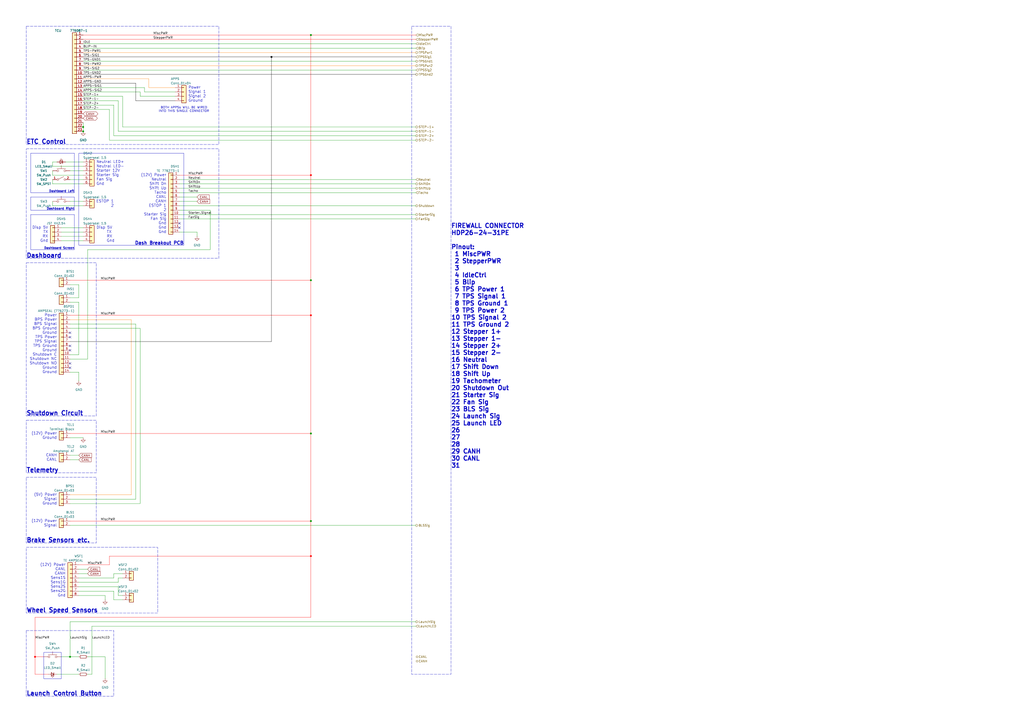
<source format=kicad_sch>
(kicad_sch (version 20250114) (generator "eeschema") (generator_version "9.0")
  (paper "A2")
  (title_block (title "FBR25 Loom - Electrical Diagram") (company "Full Blue Racing"))
  (lib_symbols
    (symbol "Connector_Generic:Conn_01x02" (pin_names (offset 1.016) (hide yes))
      (property "Reference" "J" (at 0 2.54 0))
      (property "Value" "Conn_01x02" (at 0 -5.08 0))
      (symbol "Conn_01x02_1_1"
        (rectangle (start -1.27 1.27) (end 1.27 -3.81) (stroke (width 0.254)) (fill (type background)))
        (rectangle (start -1.27 0.127) (end 0 -0.127) (stroke (width 0.1524)))
        (rectangle (start -1.27 -2.413) (end 0 -2.667) (stroke (width 0.1524)))
        (pin passive line (at -5.08 0 0) (length 3.81) (name "Pin_1") (number "1"))
        (pin passive line (at -5.08 -2.54 0) (length 3.81) (name "Pin_2") (number "2"))
      )
    )
    (symbol "Connector_Generic:Conn_01x03" (pin_names (offset 1.016) (hide yes))
      (property "Reference" "J" (at 0 5.08 0))
      (property "Value" "Conn_01x03" (at 0 -5.08 0))
      (symbol "Conn_01x03_1_1"
        (rectangle (start -1.27 3.81) (end 1.27 -3.81) (stroke (width 0.254)) (fill (type background)))
        (rectangle (start -1.27 2.667) (end 0 2.413) (stroke (width 0.1524)))
        (rectangle (start -1.27 0.127) (end 0 -0.127) (stroke (width 0.1524)))
        (rectangle (start -1.27 -2.413) (end 0 -2.667) (stroke (width 0.1524)))
        (pin passive line (at -5.08 2.54 0) (length 3.81) (name "Pin_1") (number "1"))
        (pin passive line (at -5.08 0 0) (length 3.81) (name "Pin_2") (number "2"))
        (pin passive line (at -5.08 -2.54 0) (length 3.81) (name "Pin_3") (number "3"))
      )
    )
    (symbol "Connector_Generic:Conn_01x04" (pin_names (offset 1.016) (hide yes))
      (property "Reference" "J" (at 0 5.08 0))
      (property "Value" "Conn_01x04" (at 0 -7.62 0))
      (symbol "Conn_01x04_1_1"
        (rectangle (start -1.27 3.81) (end 1.27 -6.35) (stroke (width 0.254)) (fill (type background)))
        (rectangle (start -1.27 2.667) (end 0 2.413) (stroke (width 0.1524)))
        (rectangle (start -1.27 0.127) (end 0 -0.127) (stroke (width 0.1524)))
        (rectangle (start -1.27 -2.413) (end 0 -2.667) (stroke (width 0.1524)))
        (rectangle (start -1.27 -4.953) (end 0 -5.207) (stroke (width 0.1524)))
        (pin passive line (at -5.08 2.54 0) (length 3.81) (name "Pin_1") (number "1"))
        (pin passive line (at -5.08 0 0) (length 3.81) (name "Pin_2") (number "2"))
        (pin passive line (at -5.08 -2.54 0) (length 3.81) (name "Pin_3") (number "3"))
        (pin passive line (at -5.08 -5.08 0) (length 3.81) (name "Pin_4") (number "4"))
      )
    )
    (symbol "Connector_Generic:Conn_01x06" (pin_names (offset 1.016) (hide yes))
      (property "Reference" "J" (at 0 7.62 0))
      (property "Value" "Conn_01x06" (at 0 -10.16 0))
      (symbol "Conn_01x06_1_1"
        (rectangle (start -1.27 6.35) (end 1.27 -8.89) (stroke (width 0.254)) (fill (type background)))
        (rectangle (start -1.27 5.207) (end 0 4.953) (stroke (width 0.1524)))
        (rectangle (start -1.27 2.667) (end 0 2.413) (stroke (width 0.1524)))
        (rectangle (start -1.27 0.127) (end 0 -0.127) (stroke (width 0.1524)))
        (rectangle (start -1.27 -2.413) (end 0 -2.667) (stroke (width 0.1524)))
        (rectangle (start -1.27 -4.953) (end 0 -5.207) (stroke (width 0.1524)))
        (rectangle (start -1.27 -7.493) (end 0 -7.747) (stroke (width 0.1524)))
        (pin passive line (at -5.08 5.08 0) (length 3.81) (name "Pin_1") (number "1"))
        (pin passive line (at -5.08 2.54 0) (length 3.81) (name "Pin_2") (number "2"))
        (pin passive line (at -5.08 0 0) (length 3.81) (name "Pin_3") (number "3"))
        (pin passive line (at -5.08 -2.54 0) (length 3.81) (name "Pin_4") (number "4"))
        (pin passive line (at -5.08 -5.08 0) (length 3.81) (name "Pin_5") (number "5"))
        (pin passive line (at -5.08 -7.62 0) (length 3.81) (name "Pin_6") (number "6"))
      )
    )
    (symbol "Connector_Generic:Conn_01x08" (pin_names (offset 1.016) (hide yes))
      (property "Reference" "J" (at 0 10.16 0))
      (property "Value" "Conn_01x08" (at 0 -12.7 0))
      (symbol "Conn_01x08_1_1"
        (rectangle (start -1.27 8.89) (end 1.27 -11.43) (stroke (width 0.254)) (fill (type background)))
        (rectangle (start -1.27 7.747) (end 0 7.493) (stroke (width 0.1524)))
        (rectangle (start -1.27 5.207) (end 0 4.953) (stroke (width 0.1524)))
        (rectangle (start -1.27 2.667) (end 0 2.413) (stroke (width 0.1524)))
        (rectangle (start -1.27 0.127) (end 0 -0.127) (stroke (width 0.1524)))
        (rectangle (start -1.27 -2.413) (end 0 -2.667) (stroke (width 0.1524)))
        (rectangle (start -1.27 -4.953) (end 0 -5.207) (stroke (width 0.1524)))
        (rectangle (start -1.27 -7.493) (end 0 -7.747) (stroke (width 0.1524)))
        (rectangle (start -1.27 -10.033) (end 0 -10.287) (stroke (width 0.1524)))
        (pin passive line (at -5.08 7.62 0) (length 3.81) (name "Pin_1") (number "1"))
        (pin passive line (at -5.08 5.08 0) (length 3.81) (name "Pin_2") (number "2"))
        (pin passive line (at -5.08 2.54 0) (length 3.81) (name "Pin_3") (number "3"))
        (pin passive line (at -5.08 0 0) (length 3.81) (name "Pin_4") (number "4"))
        (pin passive line (at -5.08 -2.54 0) (length 3.81) (name "Pin_5") (number "5"))
        (pin passive line (at -5.08 -5.08 0) (length 3.81) (name "Pin_6") (number "6"))
        (pin passive line (at -5.08 -7.62 0) (length 3.81) (name "Pin_7") (number "7"))
        (pin passive line (at -5.08 -10.16 0) (length 3.81) (name "Pin_8") (number "8"))
      )
    )
    (symbol "Connector_Generic:Conn_01x14" (pin_names (offset 1.016) (hide yes))
      (property "Reference" "J" (at 0 17.78 0))
      (property "Value" "Conn_01x14" (at 0 -20.32 0))
      (symbol "Conn_01x14_1_1"
        (rectangle (start -1.27 16.51) (end 1.27 -19.05) (stroke (width 0.254)) (fill (type background)))
        (rectangle (start -1.27 15.367) (end 0 15.113) (stroke (width 0.1524)))
        (rectangle (start -1.27 12.827) (end 0 12.573) (stroke (width 0.1524)))
        (rectangle (start -1.27 10.287) (end 0 10.033) (stroke (width 0.1524)))
        (rectangle (start -1.27 7.747) (end 0 7.493) (stroke (width 0.1524)))
        (rectangle (start -1.27 5.207) (end 0 4.953) (stroke (width 0.1524)))
        (rectangle (start -1.27 2.667) (end 0 2.413) (stroke (width 0.1524)))
        (rectangle (start -1.27 0.127) (end 0 -0.127) (stroke (width 0.1524)))
        (rectangle (start -1.27 -2.413) (end 0 -2.667) (stroke (width 0.1524)))
        (rectangle (start -1.27 -4.953) (end 0 -5.207) (stroke (width 0.1524)))
        (rectangle (start -1.27 -7.493) (end 0 -7.747) (stroke (width 0.1524)))
        (rectangle (start -1.27 -10.033) (end 0 -10.287) (stroke (width 0.1524)))
        (rectangle (start -1.27 -12.573) (end 0 -12.827) (stroke (width 0.1524)))
        (rectangle (start -1.27 -15.113) (end 0 -15.367) (stroke (width 0.1524)))
        (rectangle (start -1.27 -17.653) (end 0 -17.907) (stroke (width 0.1524)))
        (pin passive line (at -5.08 15.24 0) (length 3.81) (name "Pin_1") (number "1"))
        (pin passive line (at -5.08 12.7 0) (length 3.81) (name "Pin_2") (number "2"))
        (pin passive line (at -5.08 10.16 0) (length 3.81) (name "Pin_3") (number "3"))
        (pin passive line (at -5.08 7.62 0) (length 3.81) (name "Pin_4") (number "4"))
        (pin passive line (at -5.08 5.08 0) (length 3.81) (name "Pin_5") (number "5"))
        (pin passive line (at -5.08 2.54 0) (length 3.81) (name "Pin_6") (number "6"))
        (pin passive line (at -5.08 0 0) (length 3.81) (name "Pin_7") (number "7"))
        (pin passive line (at -5.08 -2.54 0) (length 3.81) (name "Pin_8") (number "8"))
        (pin passive line (at -5.08 -5.08 0) (length 3.81) (name "Pin_9") (number "9"))
        (pin passive line (at -5.08 -7.62 0) (length 3.81) (name "Pin_10") (number "10"))
        (pin passive line (at -5.08 -10.16 0) (length 3.81) (name "Pin_11") (number "11"))
        (pin passive line (at -5.08 -12.7 0) (length 3.81) (name "Pin_12") (number "12"))
        (pin passive line (at -5.08 -15.24 0) (length 3.81) (name "Pin_13") (number "13"))
        (pin passive line (at -5.08 -17.78 0) (length 3.81) (name "Pin_14") (number "14"))
      )
    )
    (symbol "Connector_Generic:Conn_01x23" (pin_names (offset 1.016) (hide yes))
      (property "Reference" "J" (at 0 30.48 0))
      (property "Value" "Conn_01x23" (at 0 -30.48 0))
      (symbol "Conn_01x23_1_1"
        (rectangle (start -1.27 29.21) (end 1.27 -29.21) (stroke (width 0.254)) (fill (type background)))
        (rectangle (start -1.27 28.067) (end 0 27.813) (stroke (width 0.1524)))
        (rectangle (start -1.27 25.527) (end 0 25.273) (stroke (width 0.1524)))
        (rectangle (start -1.27 22.987) (end 0 22.733) (stroke (width 0.1524)))
        (rectangle (start -1.27 20.447) (end 0 20.193) (stroke (width 0.1524)))
        (rectangle (start -1.27 17.907) (end 0 17.653) (stroke (width 0.1524)))
        (rectangle (start -1.27 15.367) (end 0 15.113) (stroke (width 0.1524)))
        (rectangle (start -1.27 12.827) (end 0 12.573) (stroke (width 0.1524)))
        (rectangle (start -1.27 10.287) (end 0 10.033) (stroke (width 0.1524)))
        (rectangle (start -1.27 7.747) (end 0 7.493) (stroke (width 0.1524)))
        (rectangle (start -1.27 5.207) (end 0 4.953) (stroke (width 0.1524)))
        (rectangle (start -1.27 2.667) (end 0 2.413) (stroke (width 0.1524)))
        (rectangle (start -1.27 0.127) (end 0 -0.127) (stroke (width 0.1524)))
        (rectangle (start -1.27 -2.413) (end 0 -2.667) (stroke (width 0.1524)))
        (rectangle (start -1.27 -4.953) (end 0 -5.207) (stroke (width 0.1524)))
        (rectangle (start -1.27 -7.493) (end 0 -7.747) (stroke (width 0.1524)))
        (rectangle (start -1.27 -10.033) (end 0 -10.287) (stroke (width 0.1524)))
        (rectangle (start -1.27 -12.573) (end 0 -12.827) (stroke (width 0.1524)))
        (rectangle (start -1.27 -15.113) (end 0 -15.367) (stroke (width 0.1524)))
        (rectangle (start -1.27 -17.653) (end 0 -17.907) (stroke (width 0.1524)))
        (rectangle (start -1.27 -20.193) (end 0 -20.447) (stroke (width 0.1524)))
        (rectangle (start -1.27 -22.733) (end 0 -22.987) (stroke (width 0.1524)))
        (rectangle (start -1.27 -25.273) (end 0 -25.527) (stroke (width 0.1524)))
        (rectangle (start -1.27 -27.813) (end 0 -28.067) (stroke (width 0.1524)))
        (pin passive line (at -5.08 27.94 0) (length 3.81) (name "Pin_1") (number "1"))
        (pin passive line (at -5.08 25.4 0) (length 3.81) (name "Pin_2") (number "2"))
        (pin passive line (at -5.08 22.86 0) (length 3.81) (name "Pin_3") (number "3"))
        (pin passive line (at -5.08 20.32 0) (length 3.81) (name "Pin_4") (number "4"))
        (pin passive line (at -5.08 17.78 0) (length 3.81) (name "Pin_5") (number "5"))
        (pin passive line (at -5.08 15.24 0) (length 3.81) (name "Pin_6") (number "6"))
        (pin passive line (at -5.08 12.7 0) (length 3.81) (name "Pin_7") (number "7"))
        (pin passive line (at -5.08 10.16 0) (length 3.81) (name "Pin_8") (number "8"))
        (pin passive line (at -5.08 7.62 0) (length 3.81) (name "Pin_9") (number "9"))
        (pin passive line (at -5.08 5.08 0) (length 3.81) (name "Pin_10") (number "10"))
        (pin passive line (at -5.08 2.54 0) (length 3.81) (name "Pin_11") (number "11"))
        (pin passive line (at -5.08 0 0) (length 3.81) (name "Pin_12") (number "12"))
        (pin passive line (at -5.08 -2.54 0) (length 3.81) (name "Pin_13") (number "13"))
        (pin passive line (at -5.08 -5.08 0) (length 3.81) (name "Pin_14") (number "14"))
        (pin passive line (at -5.08 -7.62 0) (length 3.81) (name "Pin_15") (number "15"))
        (pin passive line (at -5.08 -10.16 0) (length 3.81) (name "Pin_16") (number "16"))
        (pin passive line (at -5.08 -12.7 0) (length 3.81) (name "Pin_17") (number "17"))
        (pin passive line (at -5.08 -15.24 0) (length 3.81) (name "Pin_18") (number "18"))
        (pin passive line (at -5.08 -17.78 0) (length 3.81) (name "Pin_19") (number "19"))
        (pin passive line (at -5.08 -20.32 0) (length 3.81) (name "Pin_20") (number "20"))
        (pin passive line (at -5.08 -22.86 0) (length 3.81) (name "Pin_21") (number "21"))
        (pin passive line (at -5.08 -25.4 0) (length 3.81) (name "Pin_22") (number "22"))
        (pin passive line (at -5.08 -27.94 0) (length 3.81) (name "Pin_23") (number "23"))
      )
    )
    (symbol "Device:LED_Small" (pin_numbers (hide yes)) (pin_names (offset 0.254) (hide yes))
      (property "Reference" "D" (at -1.27 3.175 0))
      (property "Value" "LED_Small" (at -4.445 -2.54 0))
      (symbol "LED_Small_0_1"
        (polyline (pts (xy -0.762 -1.016) (xy -0.762 1.016)) (stroke (width 0.254)))
        (polyline (pts (xy 0 0.762) (xy -0.508 1.27) (xy -0.254 1.27) (xy -0.508 1.27) (xy -0.508 1.016)))
        (polyline (pts (xy 0.508 1.27) (xy 0 1.778) (xy 0.254 1.778) (xy 0 1.778) (xy 0 1.524)))
        (polyline (pts (xy 0.762 -1.016) (xy -0.762 0) (xy 0.762 1.016) (xy 0.762 -1.016)) (stroke (width 0.254)))
        (polyline (pts (xy 1.016 0) (xy -0.762 0)))
      )
      (symbol "LED_Small_1_1"
        (pin passive line (at -2.54 0 0) (length 1.778) (name "K") (number "1"))
        (pin passive line (at 2.54 0 180) (length 1.778) (name "A") (number "2"))
      )
    )
    (symbol "Device:R_Small" (pin_numbers (hide yes)) (pin_names (offset 0.254) (hide yes))
      (property "Reference" "R" (at 0.762 0.508 0))
      (property "Value" "R_Small" (at 0.762 -1.016 0))
      (symbol "R_Small_0_1"
        (rectangle (start -0.762 1.778) (end 0.762 -1.778) (stroke (width 0.2032)))
      )
      (symbol "R_Small_1_1"
        (pin passive line (at 0 2.54 270) (length 0.762) (name "~") (number "1"))
        (pin passive line (at 0 -2.54 90) (length 0.762) (name "~") (number "2"))
      )
    )
    (symbol "Switch:SW_Push" (pin_numbers (hide yes)) (pin_names (offset 1.016) (hide yes))
      (property "Reference" "SW" (at 1.27 2.54 0))
      (property "Value" "SW_Push" (at 0 -1.524 0))
      (symbol "SW_Push_0_1"
        (circle (center -2.032 0) (radius 0.508))
        (polyline (pts (xy 0 1.27) (xy 0 3.048)))
        (circle (center 2.032 0) (radius 0.508))
        (polyline (pts (xy 2.54 1.27) (xy -2.54 1.27)))
        (pin passive line (at -5.08 0 0) (length 2.54) (name "1") (number "1"))
        (pin passive line (at 5.08 0 180) (length 2.54) (name "2") (number "2"))
      )
    )
    (symbol "Switch:SW_SPST" (pin_names (offset 0) (hide yes))
      (property "Reference" "SW" (at 0 3.175 0))
      (property "Value" "SW_SPST" (at 0 -2.54 0))
      (symbol "SW_SPST_0_0"
        (circle (center -2.032 0) (radius 0.508))
        (polyline (pts (xy -1.524 0.254) (xy 1.524 1.778)))
        (circle (center 2.032 0) (radius 0.508))
      )
      (symbol "SW_SPST_1_1"
        (pin passive line (at -5.08 0 0) (length 2.54) (name "A") (number "1"))
        (pin passive line (at 5.08 0 180) (length 2.54) (name "B") (number "2"))
      )
    )
    (symbol "power:GND" (power) (pin_numbers (hide yes)) (pin_names (offset 0) (hide yes))
      (property "Value" "GND" (at 0 -3.81 0))
      (symbol "GND_0_1"
        (polyline (pts (xy 0 0) (xy 0 -1.27) (xy 1.27 -1.27) (xy 0 -2.54) (xy -1.27 -1.27) (xy 0 -1.27)))
      )
      (symbol "GND_1_1"
        (pin power_in line (at 0 0 270) (length 0) (name "~") (number "1"))
      )
    )
  )
  (rectangle (start 15.24 276.86) (end 55.88 314.96) (stroke (width 0) (type dash)))
  (rectangle (start 15.24 152.4) (end 55.88 241.3) (stroke (width 0) (type dash)))
  (rectangle (start 45.72 88.9) (end 106.68 142.24))
  (rectangle (start 15.24 86.36) (end 127 149.86) (stroke (width 0) (type dash)))
  (rectangle (start 17.78 124.46) (end 43.18 144.78))
  (rectangle (start 15.24 243.84) (end 55.88 274.32) (stroke (width 0) (type dash)))
  (rectangle (start 15.24 317.5) (end 91.44 355.6) (stroke (width 0) (type dash)))
  (rectangle (start 17.78 114.3) (end 43.18 121.92))
  (rectangle (start 238.76 15.24) (end 261.62 391.16) (stroke (width 0) (type dash)))
  (rectangle (start 25.4 378.46) (end 35.56 393.7))
  (rectangle (start 17.78 88.9) (end 43.18 111.76))
  (rectangle (start 15.24 15.24) (end 127 83.82) (stroke (width 0) (type dash)))
  (rectangle (start 15.24 365.76) (end 66.04 403.86) (stroke (width 0) (type dash)))
  (text "Dashboard" (at 15.24 149.86 0) (effects (font (size 2.54 2.54) (thickness 0.508) (bold yes)) (justify left bottom)))
  (text "(12V) Power\nSignal\n " (at 33.02 304.8 0) (effects (font (size 1.5748 1.5748)) (justify right)))
  (text "Dashboard Left" (at 43.18 111.76 0) (effects (font (size 1.27 1.27) (thickness 0.254) (bold yes)) (justify right bottom)))
  (text "Disp 5V\n     TX\n     RX\n     Gnd\n " (at 55.88 137.16 0) (effects (font (size 1.5748 1.5748)) (justify left)))
  (text "FIREWALL CONNECTOR\nHDP26-24-31PE\n\nPinout:\n 1 MiscPWR\n 2 StepperPWR\n 3 \n 4 IdleCtrl\n 5 Blip\n 6 TPS Power 1\n 7 TPS Signal 1\n 8 TPS Ground 1\n 9 TPS Power 2\n10 TPS Signal 2\n11 TPS Ground 2\n12 Stepper 1+\n13 Stepper 1-\n14 Stepper 2+\n15 Stepper 2-\n16 Neutral\n17 Shift Down\n18 Shift Up\n19 Tachometer\n20 Shutdown Out\n21 Starter Sig\n22 Fan Sig\n23 BLS Sig\n24 Launch Sig\n25 Launch LED\n26 \n27 \n28 \n29 CANH\n30 CANL\n31" (at 261.62 200.66 0) (effects (font (size 2.54 2.54) (thickness 0.508) (bold yes)) (justify left)))
  (text "Power\nBPS Power\nBPS Signal\nBPS Ground\nGround\nTPS Power\nTPS Signal\nTPS Ground\nGround\nShutdown C\nShutdown NC\nShutdown NO\nGround\nGround\n " (at 33.02 200.66 0) (effects (font (size 1.5748 1.5748)) (justify right)))
  (text "Neutral LED+\nNeutral LED-\nStarter 12V\nStarter Sig\nFan Sig\nGnd\n " (at 55.88 101.6 0) (effects (font (size 1.5748 1.5748)) (justify left)))
  (text "Wheel Speed Sensors" (at 15.24 355.6 0) (effects (font (size 2.54 2.54) (thickness 0.508) (bold yes)) (justify left bottom)))
  (text "Dashboard Right" (at 43.18 121.92 0) (effects (font (size 1.27 1.27) (thickness 0.254) (bold yes)) (justify right bottom)))
  (text "ESTOP 1\n      2\n " (at 66.04 119.38 0) (effects (font (size 1.5748 1.5748)) (justify right)))
  (text "Dash Breakout PCB" (at 106.68 142.24 0) (effects (font (size 1.905 1.905) (thickness 0.381) (bold yes)) (justify right bottom)))
  (text "Disp 5V\n     TX\n     RX\n     Gnd\n " (at 27.94 137.16 0) (effects (font (size 1.5748 1.5748)) (justify right)))
  (text "Power\nSignal 1\nSignal 2\nGround" (at 109.22 54.61 0) (effects (font (size 1.5748 1.5748)) (justify left)))
  (text "Dashboard Screen" (at 43.18 144.78 0) (effects (font (size 1.27 1.27) (thickness 0.254) (bold yes)) (justify right bottom)))
  (text "(5V) Power\nSignal\nGround" (at 33.02 289.56 0) (effects (font (size 1.5748 1.5748)) (justify right)))
  (text "(12V) Power\nNeutral\nShift Dn\nShift Up\nTacho\nCANL\nCANH\nESTOP 1\n2\nStarter Sig\nFan Sig\nGnd\nGnd\nGnd\n " (at 96.52 119.38 0) (effects (font (size 1.5748 1.5748)) (justify right)))
  (text "(12V) Power\nCANL\nCANH\nSens1S\nSens1G\nSens2S\nSens2G\nGnd\n " (at 38.1 337.82 0) (effects (font (size 1.5748 1.5748)) (justify right)))
  (text "Telemetry" (at 15.24 274.32 0) (effects (font (size 2.54 2.54) (thickness 0.508) (bold yes)) (justify left bottom)))
  (text "CANH\nCANL\n " (at 33.02 266.7 0) (effects (font (size 1.5748 1.5748)) (justify right)))
  (text "ETC Control" (at 15.24 83.82 0) (effects (font (size 2.54 2.54) (thickness 0.508) (bold yes)) (justify left bottom)))
  (text "(12V) Power\nGround\n " (at 33.02 254 0) (effects (font (size 1.5748 1.5748)) (justify right)))
  (text "Shutdown Circuit" (at 15.24 241.3 0) (effects (font (size 2.54 2.54) (thickness 0.508) (bold yes)) (justify left bottom)))
  (text "Brake Sensors etc." (at 15.24 314.96 0) (effects (font (size 2.54 2.54) (thickness 0.508) (bold yes)) (justify left bottom)))
  (text "BOTH APPSs WILL BE WIRED\nINTO THIS SINGLE CONNECTOR" (at 106.68 63.5 0) (effects (font (size 1.27 1.27))))
  (text "Launch Control Button" (at 15.24 403.86 0) (effects (font (size 2.54 2.54) (thickness 0.508) (bold yes)) (justify left bottom)))
  (junction (at 180.34 182.88) (color 255 0 0 1))
  (junction (at 180.34 322.58) (color 255 0 0 1))
  (junction (at 48.26 76.2))
  (junction (at 180.34 20.32))
  (junction (at 48.26 73.66))
  (junction (at 40.64 381))
  (junction (at 180.34 302.26))
  (junction (at 157.48 33.02) (color 0 0 0 1))
  (junction (at 20.32 381) (color 255 0 0 1))
  (junction (at 180.34 162.56))
  (junction (at 180.34 101.6) (color 255 0 0 1))
  (junction (at 180.34 251.46))
  (no_connect (at 40.64 213.36))
  (no_connect (at 40.64 193.04))
  (no_connect (at 104.14 129.54))
  (no_connect (at 40.64 195.58))
  (no_connect (at 40.64 210.82))
  (no_connect (at 40.64 203.2))
  (no_connect (at 40.64 200.66))
  (no_connect (at 104.14 132.08))
  (wire (pts (xy 114.3 134.62) (xy 114.3 137.16)))
  (wire (pts (xy 81.28 292.1) (xy 81.28 190.5)))
  (wire (pts (xy 104.14 114.3) (xy 114.3 114.3)))
  (wire (pts (xy 180.34 182.88) (xy 180.34 251.46)) (stroke (width 0) (color 255 0 0 1)))
  (wire (pts (xy 68.58 345.44) (xy 71.12 345.44)))
  (wire (pts (xy 241.3 76.2) (xy 68.58 76.2)))
  (wire (pts (xy 180.34 20.32) (xy 241.3 20.32)) (stroke (width 0) (color 255 0 0 1)))
  (wire (pts (xy 40.64 254) (xy 48.26 254)))
  (wire (pts (xy 63.5 81.28) (xy 241.3 81.28)))
  (wire (pts (xy 35.56 137.16) (xy 48.26 137.16)))
  (wire (pts (xy 40.64 251.46) (xy 180.34 251.46)) (stroke (width 0) (color 255 0 0 1)))
  (wire (pts (xy 66.04 78.74) (xy 241.3 78.74)))
  (wire (pts (xy 104.14 101.6) (xy 180.34 101.6)) (stroke (width 0) (color 255 0 0 1)))
  (wire (pts (xy 40.64 187.96) (xy 78.74 187.96)))
  (wire (pts (xy 40.64 360.68) (xy 241.3 360.68)))
  (wire (pts (xy 68.58 340.36) (xy 68.58 345.44)))
  (wire (pts (xy 78.74 48.26) (xy 48.26 48.26)) (stroke (width 0) (color 0 0 0 1)))
  (wire (pts (xy 30.48 106.68) (xy 48.26 106.68)))
  (wire (pts (xy 48.26 35.56) (xy 241.3 35.56)))
  (wire (pts (xy 68.58 335.28) (xy 68.58 337.82)))
  (wire (pts (xy 40.64 104.14) (xy 48.26 104.14)))
  (wire (pts (xy 78.74 48.26) (xy 78.74 58.42)) (stroke (width 0) (color 0 0 0 1)))
  (wire (pts (xy 30.48 96.52) (xy 30.48 93.98)))
  (wire (pts (xy 40.64 175.26) (xy 45.72 175.26)))
  (wire (pts (xy 81.28 53.34) (xy 48.26 53.34)))
  (wire (pts (xy 71.12 335.28) (xy 68.58 335.28)))
  (wire (pts (xy 104.14 119.38) (xy 241.3 119.38)))
  (wire (pts (xy 40.64 381) (xy 45.72 381)))
  (wire (pts (xy 40.64 292.1) (xy 81.28 292.1)))
  (wire (pts (xy 68.58 58.42) (xy 48.26 58.42)))
  (wire (pts (xy 66.04 60.96) (xy 66.04 78.74)))
  (wire (pts (xy 180.34 101.6) (xy 180.34 162.56)) (stroke (width 0) (color 255 0 0 1)))
  (wire (pts (xy 104.14 127) (xy 241.3 127)))
  (wire (pts (xy 83.82 53.34) (xy 83.82 50.8)))
  (wire (pts (xy 180.34 251.46) (xy 180.34 302.26)) (stroke (width 0) (color 255 0 0 1)))
  (wire (pts (xy 60.96 345.44) (xy 45.72 345.44)))
  (wire (pts (xy 66.04 342.9) (xy 45.72 342.9)))
  (wire (pts (xy 71.12 55.88) (xy 71.12 73.66)))
  (wire (pts (xy 83.82 53.34) (xy 101.6 53.34)))
  (wire (pts (xy 40.64 162.56) (xy 180.34 162.56)) (stroke (width 0) (color 255 0 0 1)))
  (wire (pts (xy 50.8 332.74) (xy 45.72 332.74)))
  (wire (pts (xy 38.1 93.98) (xy 48.26 93.98)))
  (wire (pts (xy 83.82 50.8) (xy 48.26 50.8)))
  (wire (pts (xy 86.36 50.8) (xy 101.6 50.8)) (stroke (width 0) (color 255 127 0 1)))
  (wire (pts (xy 45.72 340.36) (xy 68.58 340.36)))
  (wire (pts (xy 48.26 96.52) (xy 30.48 96.52)))
  (wire (pts (xy 40.64 182.88) (xy 180.34 182.88)) (stroke (width 0) (color 255 0 0 1)))
  (wire (pts (xy 20.32 358.14) (xy 180.34 358.14)) (stroke (width 0) (color 255 0 0 1)))
  (wire (pts (xy 35.56 132.08) (xy 48.26 132.08)))
  (wire (pts (xy 30.48 104.14) (xy 30.48 106.68)))
  (wire (pts (xy 48.26 25.4) (xy 241.3 25.4)))
  (wire (pts (xy 40.64 116.84) (xy 48.26 116.84)))
  (wire (pts (xy 48.26 40.64) (xy 241.3 40.64)))
  (wire (pts (xy 45.72 215.9) (xy 45.72 220.98)))
  (wire (pts (xy 45.72 172.72) (xy 40.64 172.72)))
  (wire (pts (xy 50.8 330.2) (xy 45.72 330.2)))
  (wire (pts (xy 68.58 337.82) (xy 45.72 337.82)))
  (wire (pts (xy 48.26 63.5) (xy 63.5 63.5)))
  (wire (pts (xy 60.96 381) (xy 60.96 393.7)))
  (wire (pts (xy 104.14 109.22) (xy 241.3 109.22)))
  (wire (pts (xy 20.32 358.14) (xy 20.32 381)) (stroke (width 0) (color 255 0 0 1)))
  (wire (pts (xy 48.26 27.94) (xy 241.3 27.94)))
  (wire (pts (xy 48.26 38.1) (xy 241.3 38.1)) (stroke (width 0) (color 255 127 0 1)))
  (wire (pts (xy 45.72 335.28) (xy 66.04 335.28)))
  (wire (pts (xy 71.12 73.66) (xy 241.3 73.66)))
  (wire (pts (xy 180.34 20.32) (xy 180.34 101.6)) (stroke (width 0) (color 255 0 0 1)))
  (wire (pts (xy 45.72 264.16) (xy 40.64 264.16)))
  (wire (pts (xy 78.74 58.42) (xy 101.6 58.42)) (stroke (width 0) (color 0 0 0 1)))
  (wire (pts (xy 157.48 33.02) (xy 241.3 33.02)) (stroke (width 0) (color 0 0 0 1)))
  (wire (pts (xy 48.26 71.12) (xy 48.26 73.66)))
  (wire (pts (xy 81.28 55.88) (xy 101.6 55.88)))
  (wire (pts (xy 121.92 144.78) (xy 50.8 144.78)))
  (wire (pts (xy 20.32 381) (xy 20.32 391.16)) (stroke (width 0) (color 255 0 0 1)))
  (wire (pts (xy 104.14 134.62) (xy 114.3 134.62)))
  (wire (pts (xy 45.72 327.66) (xy 63.5 327.66)) (stroke (width 0) (color 255 0 0 1)))
  (wire (pts (xy 30.48 116.84) (xy 30.48 119.38)))
  (wire (pts (xy 33.02 391.16) (xy 45.72 391.16)))
  (wire (pts (xy 78.74 187.96) (xy 78.74 289.56)))
  (wire (pts (xy 53.34 363.22) (xy 53.34 391.16)))
  (wire (pts (xy 45.72 205.74) (xy 40.64 205.74)))
  (wire (pts (xy 35.56 134.62) (xy 48.26 134.62)))
  (wire (pts (xy 66.04 347.98) (xy 66.04 342.9)))
  (wire (pts (xy 66.04 332.74) (xy 71.12 332.74)))
  (wire (pts (xy 53.34 363.22) (xy 241.3 363.22)))
  (wire (pts (xy 20.32 381) (xy 25.4 381)) (stroke (width 0) (color 255 0 0 1)))
  (wire (pts (xy 86.36 50.8) (xy 86.36 45.72)) (stroke (width 0) (color 255 127 0 1)))
  (wire (pts (xy 40.64 165.1) (xy 45.72 165.1)))
  (wire (pts (xy 30.48 93.98) (xy 33.02 93.98)))
  (wire (pts (xy 48.26 22.86) (xy 241.3 22.86)) (stroke (width 0) (color 255 0 0 1)))
  (wire (pts (xy 48.26 55.88) (xy 71.12 55.88)))
  (wire (pts (xy 104.14 111.76) (xy 241.3 111.76)))
  (wire (pts (xy 121.92 121.92) (xy 121.92 144.78)))
  (wire (pts (xy 35.56 139.7) (xy 48.26 139.7)))
  (wire (pts (xy 180.34 162.56) (xy 180.34 182.88)) (stroke (width 0) (color 255 0 0 1)))
  (wire (pts (xy 104.14 116.84) (xy 114.3 116.84)))
  (wire (pts (xy 40.64 215.9) (xy 45.72 215.9)))
  (wire (pts (xy 104.14 106.68) (xy 241.3 106.68)))
  (wire (pts (xy 40.64 289.56) (xy 78.74 289.56)))
  (wire (pts (xy 50.8 381) (xy 60.96 381)))
  (wire (pts (xy 180.34 302.26) (xy 180.34 322.58)) (stroke (width 0) (color 255 0 0 1)))
  (wire (pts (xy 104.14 124.46) (xy 241.3 124.46)))
  (wire (pts (xy 40.64 208.28) (xy 50.8 208.28)))
  (wire (pts (xy 71.12 347.98) (xy 66.04 347.98)))
  (wire (pts (xy 48.26 60.96) (xy 66.04 60.96)))
  (wire (pts (xy 45.72 266.7) (xy 40.64 266.7)))
  (wire (pts (xy 63.5 63.5) (xy 63.5 81.28)))
  (wire (pts (xy 81.28 55.88) (xy 81.28 53.34)))
  (wire (pts (xy 63.5 322.58) (xy 180.34 322.58)) (stroke (width 0) (color 255 0 0 1)))
  (wire (pts (xy 40.64 304.8) (xy 241.3 304.8)))
  (wire (pts (xy 30.48 101.6) (xy 48.26 101.6)))
  (wire (pts (xy 40.64 287.02) (xy 76.2 287.02)) (stroke (width 0) (color 255 127 0 1)))
  (wire (pts (xy 157.48 198.12) (xy 157.48 33.02)) (stroke (width 0) (color 0 0 0 1)))
  (wire (pts (xy 50.8 391.16) (xy 53.34 391.16)))
  (wire (pts (xy 63.5 322.58) (xy 63.5 327.66)) (stroke (width 0) (color 255 0 0 1)))
  (wire (pts (xy 60.96 347.98) (xy 60.96 345.44)))
  (wire (pts (xy 48.26 20.32) (xy 180.34 20.32)) (stroke (width 0) (color 255 0 0 1)))
  (wire (pts (xy 50.8 144.78) (xy 50.8 208.28)))
  (wire (pts (xy 40.64 99.06) (xy 48.26 99.06)))
  (wire (pts (xy 20.32 391.16) (xy 27.94 391.16)) (stroke (width 0) (color 255 0 0 1)))
  (wire (pts (xy 35.56 381) (xy 40.64 381)))
  (wire (pts (xy 66.04 335.28) (xy 66.04 332.74)))
  (wire (pts (xy 48.26 30.48) (xy 241.3 30.48)) (stroke (width 0) (color 255 127 0 1)))
  (wire (pts (xy 86.36 45.72) (xy 48.26 45.72)) (stroke (width 0) (color 255 127 0 1)))
  (wire (pts (xy 104.14 104.14) (xy 241.3 104.14)))
  (wire (pts (xy 40.64 190.5) (xy 81.28 190.5)))
  (wire (pts (xy 40.64 185.42) (xy 76.2 185.42)) (stroke (width 0) (color 255 127 0 1)))
  (wire (pts (xy 30.48 99.06) (xy 30.48 101.6)))
  (wire (pts (xy 45.72 165.1) (xy 45.72 172.72)))
  (wire (pts (xy 40.64 302.26) (xy 180.34 302.26)) (stroke (width 0) (color 255 0 0 1)))
  (wire (pts (xy 180.34 322.58) (xy 180.34 358.14)) (stroke (width 0) (color 255 0 0 1)))
  (wire (pts (xy 45.72 175.26) (xy 45.72 205.74)))
  (wire (pts (xy 40.64 360.68) (xy 40.64 381)))
  (wire (pts (xy 48.26 73.66) (xy 48.26 76.2)))
  (wire (pts (xy 48.26 33.02) (xy 157.48 33.02)) (stroke (width 0) (color 0 0 0 1)))
  (wire (pts (xy 48.26 43.18) (xy 241.3 43.18)) (stroke (width 0) (color 0 0 0 1)))
  (wire (pts (xy 76.2 287.02) (xy 76.2 185.42)) (stroke (width 0) (color 255 127 0 1)))
  (wire (pts (xy 68.58 76.2) (xy 68.58 58.42)))
  (wire (pts (xy 121.92 121.92) (xy 104.14 121.92)))
  (wire (pts (xy 40.64 198.12) (xy 157.48 198.12)) (stroke (width 0) (color 0 0 0 1)))
  (wire (pts (xy 30.48 119.38) (xy 48.26 119.38)))
  (label "FanSig" (at 109.22 127 0))
  (label "APPS-SIG1" (at 48.26 50.8 0))
  (label "MiscPWR" (at 58.42 251.46 0))
  (label "IDLE" (at 48.26 25.4 0))
  (label "StepperPWR" (at 88.9 22.86 0))
  (label "MiscPWR" (at 20.32 370.84 0))
  (label "BLIP-IN" (at 48.26 27.94 0))
  (label "TPS-SIG1" (at 48.26 33.02 0))
  (label "MiscPWR" (at 58.42 162.56 0))
  (label "APPS-SIG2" (at 48.26 53.34 0))
  (label "MiscPWR" (at 58.42 182.88 0))
  (label "TPS-PWR1" (at 48.26 30.48 0))
  (label "MiscPWR" (at 58.42 302.26 0))
  (label "LaunchLED" (at 53.34 370.84 0))
  (label "TPS-SIG2" (at 48.26 40.64 0))
  (label "MiscPWR" (at 88.9 20.32 0))
  (label "ShiftUp" (at 109.22 109.22 0))
  (label "STEP-2+" (at 48.26 60.96 0))
  (label "TPS-PWR2" (at 48.26 38.1 0))
  (label "LaunchSig" (at 40.64 370.84 0))
  (label "ShiftDn" (at 109.22 106.68 0))
  (label "Starter_Signal" (at 109.22 124.46 0))
  (label "Tacho" (at 109.22 111.76 0))
  (label "APPS-PWR" (at 48.26 45.72 0))
  (label "TPS-GND1" (at 48.26 35.56 0))
  (label "STEP-1+" (at 48.26 55.88 0))
  (label "MiscPWR" (at 109.22 101.6 0))
  (label "STEP-2-" (at 48.26 63.5 0))
  (label "TPS-GND2" (at 48.26 43.18 0))
  (label "MiscPWR" (at 50.8 327.66 0))
  (label "STEP-1-" (at 48.26 58.42 0))
  (label "APPS-GND" (at 48.26 48.26 0))
  (label "Neutral" (at 109.22 104.14 0))
  (global_label "CANL" (shape input) (at 45.72 266.7 0) (effects (font (thickness 0.1588))) (property "Intersheetrefs" "${INTERSHEET_REFS}" (effects (hide yes))))
  (global_label "CANL" (shape bidirectional) (at 48.26 68.58 0) (property "Intersheetrefs" "${INTERSHEET_REFS}" (effects (hide yes))))
  (global_label "CANL" (shape input) (at 50.8 330.2 0) (effects (font (thickness 0.1588))) (property "Intersheetrefs" "${INTERSHEET_REFS}" (effects (hide yes))))
  (global_label "CANH" (shape input) (at 45.72 264.16 0) (effects (font (thickness 0.1588))) (property "Intersheetrefs" "${INTERSHEET_REFS}" (effects (hide yes))))
  (global_label "CANH" (shape bidirectional) (at 48.26 66.04 0) (property "Intersheetrefs" "${INTERSHEET_REFS}" (effects (hide yes))))
  (global_label "CANL" (shape input) (at 114.3 114.3 0) (effects (font (thickness 0.1588))) (property "Intersheetrefs" "${INTERSHEET_REFS}" (effects (hide yes))))
  (global_label "CANH" (shape input) (at 50.8 332.74 0) (effects (font (thickness 0.1588))) (property "Intersheetrefs" "${INTERSHEET_REFS}" (effects (hide yes))))
  (global_label "CANH" (shape input) (at 114.3 116.84 0) (effects (font (thickness 0.1588))) (property "Intersheetrefs" "${INTERSHEET_REFS}" (effects (hide yes))))
  (hierarchical_label "STEP-1+" (shape output) (at 241.3 73.66 0))
  (hierarchical_label "ShiftDn" (shape output) (at 241.3 106.68 0))
  (hierarchical_label "TPSSig2" (shape input) (at 241.3 40.64 0))
  (hierarchical_label "LaunchSig" (shape output) (at 241.3 360.68 0))
  (hierarchical_label "FanSig" (shape output) (at 241.3 127 0))
  (hierarchical_label "TPSPwr1" (shape output) (at 241.3 30.48 0))
  (hierarchical_label "Shutdown" (shape output) (at 241.3 119.38 0))
  (hierarchical_label "TPSSig1" (shape input) (at 241.3 33.02 0))
  (hierarchical_label "CANL" (shape bidirectional) (at 241.3 381 0))
  (hierarchical_label "BLSSig" (shape output) (at 241.3 304.8 0))
  (hierarchical_label "IdleCtrl" (shape input) (at 241.3 25.4 0))
  (hierarchical_label "TPSGnd2" (shape output) (at 241.3 43.18 0))
  (hierarchical_label "StarterSig" (shape output) (at 241.3 124.46 0))
  (hierarchical_label "STEP-2-" (shape output) (at 241.3 81.28 0))
  (hierarchical_label "CANH" (shape bidirectional) (at 241.3 383.54 0))
  (hierarchical_label "MiscPWR" (shape input) (at 241.3 20.32 0))
  (hierarchical_label "STEP-1-" (shape output) (at 241.3 76.2 0))
  (hierarchical_label "ShiftUp" (shape output) (at 241.3 109.22 0))
  (hierarchical_label "STEP-2+" (shape output) (at 241.3 78.74 0))
  (hierarchical_label "Tacho" (shape input) (at 241.3 111.76 0))
  (hierarchical_label "TPSPwr2" (shape output) (at 241.3 38.1 0))
  (hierarchical_label "StepperPWR" (shape input) (at 241.3 22.86 0))
  (hierarchical_label "Blip" (shape input) (at 241.3 27.94 0))
  (hierarchical_label "Neutral" (shape input) (at 241.3 104.14 0))
  (hierarchical_label "LaunchLED" (shape input) (at 241.3 363.22 0))
  (hierarchical_label "TPSGnd1" (shape output) (at 241.3 35.56 0))
  (symbol (lib_id "power:GND") (at 60.96 347.98 0) (unit 1)
    (property "Reference" "#PWR017" (effects (hide yes)))
    (property "Value" "GND" (at 60.96 353.06 0))
    (property "Description" "Power symbol creates a global label with name \"GND\" , ground" (effects (hide yes)))
  )
  (symbol (lib_id "Connector_Generic:Conn_01x02") (at 35.56 172.72 0) (mirror y) (unit 1)
    (property "Reference" "INS1" (at 43.18 167.64 0) (effects (justify left)))
    (property "Value" "Conn_01x02" (at 43.18 170.18 0) (effects (justify left)))
    (property "Description" "Generic connector, single row, 01x02, script generated (kicad-library-utils/schlib/autogen/connector/)" (effects (hide yes)))
  )
  (symbol (lib_id "Switch:SW_SPST") (at 35.56 104.14 0) (unit 1)
    (property "Reference" "SW2" (at 25.4 104.14 0))
    (property "Value" "SW_SPST" (at 25.4 106.68 0))
    (property "Description" "Single Pole Single Throw (SPST) switch" (effects (hide yes)))
  )
  (symbol (lib_id "power:GND") (at 48.26 76.2 0) (mirror y) (unit 1)
    (property "Reference" "#PWR018" (effects (hide yes)))
    (property "Value" "GND" (at 48.26 81.28 0))
    (property "Description" "Power symbol creates a global label with name \"GND\" , ground" (effects (hide yes)))
  )
  (symbol (lib_id "Connector_Generic:Conn_01x02") (at 35.56 251.46 0) (mirror y) (unit 1)
    (property "Reference" "TEL1" (at 43.18 246.38 0) (effects (justify left)))
    (property "Value" "Terminal Block" (at 43.18 248.92 0) (effects (justify left)))
    (property "Description" "Generic connector, single row, 01x02, script generated (kicad-library-utils/schlib/autogen/connector/)" (effects (hide yes)))
  )
  (symbol (lib_id "Connector_Generic:Conn_01x02") (at 35.56 264.16 0) (mirror y) (unit 1)
    (property "Reference" "TEL2" (at 43.18 259.08 0) (effects (justify left)))
    (property "Value" "Amphenol AT" (at 43.18 261.62 0) (effects (justify left)))
    (property "Description" "Generic connector, single row, 01x02, script generated (kicad-library-utils/schlib/autogen/connector/)" (effects (hide yes)))
  )
  (symbol (lib_id "Connector_Generic:Conn_01x14") (at 99.06 116.84 0) (mirror y) (unit 1)
    (property "Reference" "DSH1" (at 104.14 96.52 0) (effects (justify left)))
    (property "Value" "TE 776273-1" (at 104.14 99.06 0) (effects (justify left)))
    (property "Description" "Generic connector, single row, 01x14, script generated (kicad-library-utils/schlib/autogen/connector/)" (effects (hide yes)))
  )
  (symbol (lib_id "Connector_Generic:Conn_01x02") (at 76.2 345.44 0) (unit 1)
    (property "Reference" "WSF3" (at 68.58 340.36 0) (effects (justify left)))
    (property "Value" "Conn_01x02" (at 68.58 342.9 0) (effects (justify left)))
    (property "Description" "Generic connector, single row, 01x02, script generated (kicad-library-utils/schlib/autogen/connector/)" (effects (hide yes)))
  )
  (symbol (lib_id "Connector_Generic:Conn_01x06") (at 53.34 99.06 0) (unit 1)
    (property "Reference" "DSH2" (at 48.26 88.9 0) (effects (justify left)))
    (property "Value" "Superseal 1.5" (at 48.26 91.44 0) (effects (justify left)))
    (property "Footprint" "Connector_PinHeader_2.54mm:PinHeader_1x06_P2.54mm_Vertical" (effects (hide yes)))
    (property "Description" "Generic connector, single row, 01x06, script generated (kicad-library-utils/schlib/autogen/connector/)" (effects (hide yes)))
  )
  (symbol (lib_id "Connector_Generic:Conn_01x02") (at 53.34 116.84 0) (unit 1)
    (property "Reference" "DSH3" (at 48.26 111.76 0) (effects (justify left)))
    (property "Value" "Superseal 1.5" (at 48.26 114.3 0) (effects (justify left)))
    (property "Description" "Generic connector, single row, 01x02, script generated (kicad-library-utils/schlib/autogen/connector/)" (effects (hide yes)))
  )
  (symbol (lib_id "Connector_Generic:Conn_01x03") (at 35.56 289.56 0) (mirror y) (unit 1)
    (property "Reference" "BPS1" (at 43.18 281.94 0) (effects (justify left)))
    (property "Value" "Conn_01x03" (at 43.18 284.48 0) (effects (justify left)))
    (property "Description" "Generic connector, single row, 01x03, script generated (kicad-library-utils/schlib/autogen/connector/)" (effects (hide yes)))
  )
  (symbol (lib_id "Connector_Generic:Conn_01x04") (at 30.48 134.62 0) (mirror y) (unit 1)
    (property "Reference" "DSH5" (at 38.1 127 0) (effects (justify left)))
    (property "Value" "JST XH2.54" (at 38.1 129.54 0) (effects (justify left)))
    (property "Description" "Generic connector, single row, 01x04, script generated (kicad-library-utils/schlib/autogen/connector/)" (effects (hide yes)))
  )
  (symbol (lib_id "power:GND") (at 45.72 220.98 0) (unit 1)
    (property "Reference" "#PWR015" (effects (hide yes)))
    (property "Value" "GND" (at 45.72 226.06 0))
    (property "Description" "Power symbol creates a global label with name \"GND\" , ground" (effects (hide yes)))
  )
  (symbol (lib_id "Switch:SW_Push") (at 35.56 99.06 0) (unit 1)
    (property "Reference" "SW1" (at 25.4 99.06 0))
    (property "Value" "SW_Push" (at 25.4 101.6 0))
    (property "Description" "Push button switch, generic, two pins" (effects (hide yes)))
  )
  (symbol (lib_id "Connector_Generic:Conn_01x08") (at 40.64 335.28 0) (mirror y) (unit 1)
    (property "Reference" "WSF1" (at 48.26 322.58 0) (effects (justify left)))
    (property "Value" "TE AMPSEAL" (at 48.26 325.12 0) (effects (justify left)))
    (property "Description" "Generic connector, single row, 01x08, script generated (kicad-library-utils/schlib/autogen/connector/)" (effects (hide yes)))
  )
  (symbol (lib_id "Connector_Generic:Conn_01x14") (at 35.56 198.12 0) (mirror y) (unit 1)
    (property "Reference" "BSPD1" (at 43.18 177.8 0) (effects (justify left)))
    (property "Value" "AMPSEAL (776273-1)" (at 43.18 180.34 0) (effects (justify left)))
    (property "Description" "Generic connector, single row, 01x14, script generated (kicad-library-utils/schlib/autogen/connector/)" (effects (hide yes)))
  )
  (symbol (lib_id "Device:R_Small") (at 48.26 381 90) (unit 1)
    (property "Reference" "R1" (at 48.26 375.92 90))
    (property "Value" "R_Small" (at 48.26 378.46 90))
    (property "Description" "Resistor, small symbol" (effects (hide yes)))
  )
  (symbol (lib_id "Device:LED_Small") (at 35.56 93.98 0) (mirror y) (unit 1)
    (property "Reference" "D1" (at 25.4 93.98 0))
    (property "Value" "LED_Small" (at 25.4 96.52 0))
    (property "Description" "Light emitting diode, small symbol" (effects (hide yes)))
  )
  (symbol (lib_id "Switch:SW_Push") (at 35.56 116.84 0) (unit 1)
    (property "Reference" "SW3" (at 25.4 116.84 0))
    (property "Value" "SW_Push" (at 25.4 119.38 0))
    (property "Description" "Push button switch, generic, two pins" (effects (hide yes)))
  )
  (symbol (lib_id "Connector_Generic:Conn_01x23") (at 43.18 48.26 0) (mirror y) (unit 1)
    (property "Reference" "TCU" (at 35.56 17.78 0) (effects (justify left)))
    (property "Value" "776087-1" (at 50.8 17.78 0) (effects (justify left)))
    (property "Description" "Generic connector, single row, 01x23, script generated (kicad-library-utils/schlib/autogen/connector/)" (effects (hide yes)))
  )
  (symbol (lib_id "Switch:SW_Push") (at 30.48 381 0) (unit 1)
    (property "Reference" "SW4" (at 30.48 373.38 0))
    (property "Value" "SW_Push" (at 30.48 375.92 0))
    (property "Description" "Push button switch, generic, two pins" (effects (hide yes)))
  )
  (symbol (lib_id "Connector_Generic:Conn_01x02") (at 76.2 332.74 0) (unit 1)
    (property "Reference" "WSF2" (at 68.58 327.66 0) (effects (justify left)))
    (property "Value" "Conn_01x02" (at 68.58 330.2 0) (effects (justify left)))
    (property "Description" "Generic connector, single row, 01x02, script generated (kicad-library-utils/schlib/autogen/connector/)" (effects (hide yes)))
  )
  (symbol (lib_id "Connector_Generic:Conn_01x02") (at 35.56 162.56 0) (mirror y) (unit 1)
    (property "Reference" "BTS1" (at 43.18 157.48 0) (effects (justify left)))
    (property "Value" "Conn_01x02" (at 43.18 160.02 0) (effects (justify left)))
    (property "Description" "Generic connector, single row, 01x02, script generated (kicad-library-utils/schlib/autogen/connector/)" (effects (hide yes)))
  )
  (symbol (lib_id "power:GND") (at 114.3 137.16 0) (unit 1)
    (property "Reference" "#PWR011" (effects (hide yes)))
    (property "Value" "GND" (at 114.3 142.24 0))
    (property "Description" "Power symbol creates a global label with name \"GND\" , ground" (effects (hide yes)))
  )
  (symbol (lib_id "Connector_Generic:Conn_01x04") (at 53.34 134.62 0) (unit 1)
    (property "Reference" "DSH4" (at 48.26 127 0) (effects (justify left)))
    (property "Value" "Superseal 1.5" (at 48.26 129.54 0) (effects (justify left)))
    (property "Description" "Generic connector, single row, 01x04, script generated (kicad-library-utils/schlib/autogen/connector/)" (effects (hide yes)))
  )
  (symbol (lib_id "Connector_Generic:Conn_01x04") (at 106.68 53.34 0) (unit 1)
    (property "Reference" "APPS" (at 99.06 45.72 0) (effects (justify left)))
    (property "Value" "Conn_01x04" (at 99.06 48.26 0) (effects (justify left)))
    (property "Description" "Generic connector, single row, 01x04, script generated (kicad-library-utils/schlib/autogen/connector/)" (effects (hide yes)))
  )
  (symbol (lib_id "Device:R_Small") (at 48.26 391.16 90) (unit 1)
    (property "Reference" "R2" (at 48.26 386.08 90))
    (property "Value" "R_Small" (at 48.26 388.62 90))
    (property "Description" "Resistor, small symbol" (effects (hide yes)))
  )
  (symbol (lib_id "Device:LED_Small") (at 30.48 391.16 180) (unit 1)
    (property "Reference" "D2" (at 30.4165 384.81 0))
    (property "Value" "LED_Small" (at 30.4165 387.35 0))
    (property "Description" "Light emitting diode, small symbol" (effects (hide yes)))
  )
  (symbol (lib_id "Connector_Generic:Conn_01x02") (at 35.56 302.26 0) (mirror y) (unit 1)
    (property "Reference" "BLS1" (at 43.18 297.18 0) (effects (justify left)))
    (property "Value" "Conn_01x03" (at 43.18 299.72 0) (effects (justify left)))
    (property "Description" "Generic connector, single row, 01x02, script generated (kicad-library-utils/schlib/autogen/connector/)" (effects (hide yes)))
  )
  (symbol (lib_id "power:GND") (at 48.26 254 0) (unit 1)
    (property "Reference" "#PWR016" (effects (hide yes)))
    (property "Value" "GND" (at 48.26 259.08 0))
    (property "Description" "Power symbol creates a global label with name \"GND\" , ground" (effects (hide yes)))
  )
  (symbol (lib_id "power:GND") (at 60.96 393.7 0) (unit 1)
    (property "Reference" "#PWR014" (effects (hide yes)))
    (property "Value" "GND" (at 60.96 398.78 0))
    (property "Description" "Power symbol creates a global label with name \"GND\" , ground" (effects (hide yes)))
  )
)
</source>
